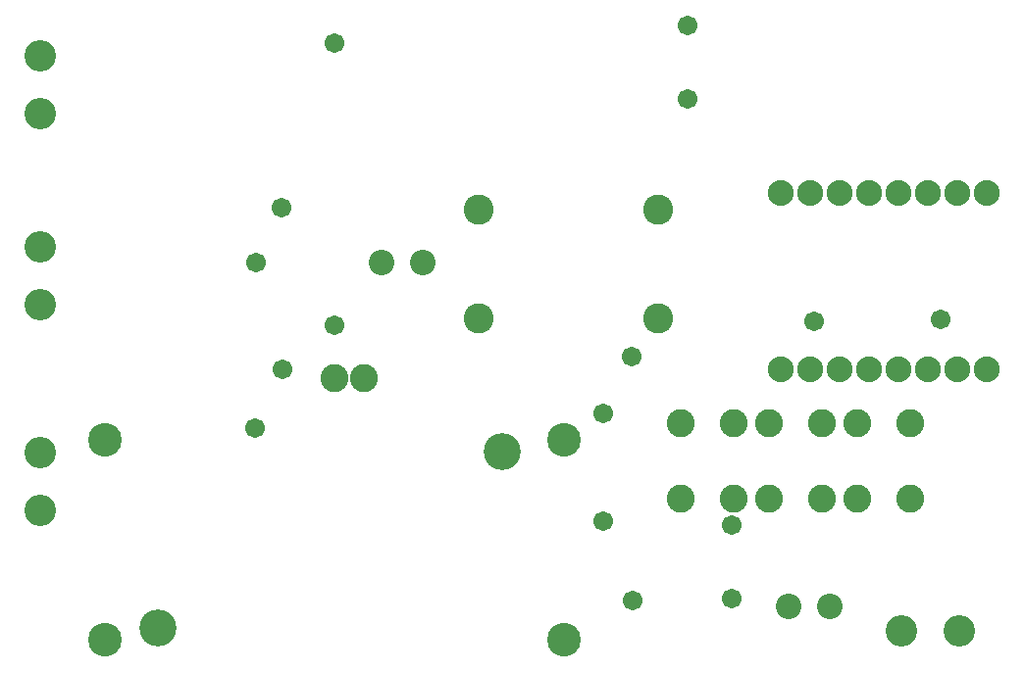
<source format=gbr>
G04 EAGLE Gerber RS-274X export*
G75*
%MOMM*%
%FSLAX34Y34*%
%LPD*%
%INSoldermask Bottom*%
%IPPOS*%
%AMOC8*
5,1,8,0,0,1.08239X$1,22.5*%
G01*
%ADD10C,2.216000*%
%ADD11C,2.419200*%
%ADD12C,2.903200*%
%ADD13C,3.203200*%
%ADD14C,2.603200*%
%ADD15C,2.243200*%
%ADD16C,2.724000*%
%ADD17C,1.703200*%


D10*
X722630Y69850D03*
X758190Y69850D03*
X370840Y367030D03*
X406400Y367030D03*
D11*
X355600Y266700D03*
X330200Y266700D03*
X827064Y228273D03*
X827064Y163249D03*
X781852Y228273D03*
X781852Y163249D03*
X750864Y228273D03*
X750864Y163249D03*
X705652Y228273D03*
X705652Y163249D03*
X674664Y228273D03*
X674664Y163249D03*
X629452Y228273D03*
X629452Y163249D03*
D12*
X528320Y213360D03*
X528320Y40640D03*
X132080Y40640D03*
X132080Y213360D03*
D13*
X474980Y203200D03*
X177800Y50800D03*
D14*
X609600Y412750D03*
X609600Y318770D03*
X454660Y318770D03*
X454660Y412750D03*
D15*
X893201Y274778D03*
X867801Y274778D03*
X842401Y274778D03*
X817001Y274778D03*
X791601Y274778D03*
X766201Y274778D03*
X740801Y274778D03*
X715401Y274778D03*
X715401Y427178D03*
X740801Y427178D03*
X766201Y427178D03*
X791601Y427178D03*
X817001Y427178D03*
X842401Y427178D03*
X867801Y427178D03*
X893201Y427178D03*
D16*
X819404Y48260D03*
X869696Y48260D03*
X76200Y202946D03*
X76200Y152654D03*
X76200Y380746D03*
X76200Y330454D03*
X76200Y545846D03*
X76200Y495554D03*
D17*
X588010Y74930D03*
X586740Y285750D03*
X673100Y76200D03*
X673100Y139700D03*
X635000Y508000D03*
X635000Y571840D03*
X330200Y312420D03*
X330200Y556260D03*
X562610Y143510D03*
X562610Y236220D03*
X853440Y317500D03*
X744220Y316230D03*
X261620Y223520D03*
X262890Y367030D03*
X285750Y274320D03*
X284480Y414020D03*
M02*

</source>
